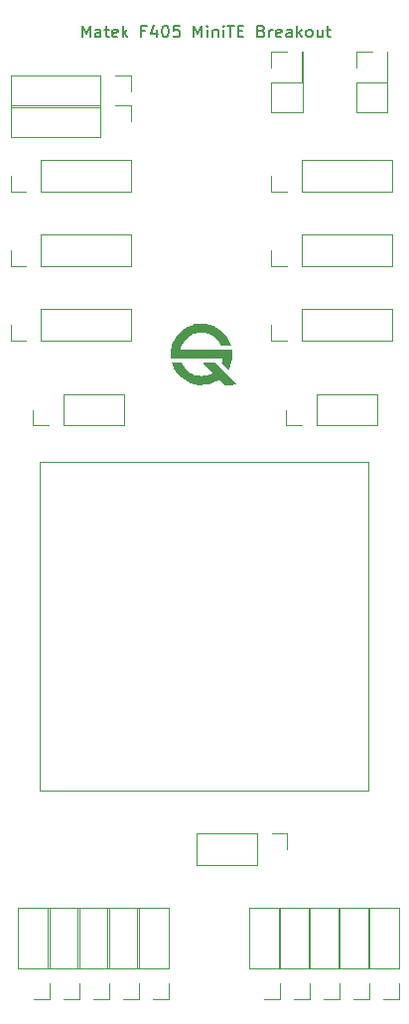
<source format=gbr>
%TF.GenerationSoftware,KiCad,Pcbnew,7.0.10*%
%TF.CreationDate,2024-02-19T04:42:38+05:30*%
%TF.ProjectId,breakout,62726561-6b6f-4757-942e-6b696361645f,rev?*%
%TF.SameCoordinates,Original*%
%TF.FileFunction,Legend,Top*%
%TF.FilePolarity,Positive*%
%FSLAX46Y46*%
G04 Gerber Fmt 4.6, Leading zero omitted, Abs format (unit mm)*
G04 Created by KiCad (PCBNEW 7.0.10) date 2024-02-19 04:42:38*
%MOMM*%
%LPD*%
G01*
G04 APERTURE LIST*
%ADD10C,0.150000*%
%ADD11C,0.100000*%
%ADD12C,0.120000*%
G04 APERTURE END LIST*
D10*
X128606779Y-57781819D02*
X128606779Y-56781819D01*
X128606779Y-56781819D02*
X128940112Y-57496104D01*
X128940112Y-57496104D02*
X129273445Y-56781819D01*
X129273445Y-56781819D02*
X129273445Y-57781819D01*
X130178207Y-57781819D02*
X130178207Y-57258009D01*
X130178207Y-57258009D02*
X130130588Y-57162771D01*
X130130588Y-57162771D02*
X130035350Y-57115152D01*
X130035350Y-57115152D02*
X129844874Y-57115152D01*
X129844874Y-57115152D02*
X129749636Y-57162771D01*
X130178207Y-57734200D02*
X130082969Y-57781819D01*
X130082969Y-57781819D02*
X129844874Y-57781819D01*
X129844874Y-57781819D02*
X129749636Y-57734200D01*
X129749636Y-57734200D02*
X129702017Y-57638961D01*
X129702017Y-57638961D02*
X129702017Y-57543723D01*
X129702017Y-57543723D02*
X129749636Y-57448485D01*
X129749636Y-57448485D02*
X129844874Y-57400866D01*
X129844874Y-57400866D02*
X130082969Y-57400866D01*
X130082969Y-57400866D02*
X130178207Y-57353247D01*
X130511541Y-57115152D02*
X130892493Y-57115152D01*
X130654398Y-56781819D02*
X130654398Y-57638961D01*
X130654398Y-57638961D02*
X130702017Y-57734200D01*
X130702017Y-57734200D02*
X130797255Y-57781819D01*
X130797255Y-57781819D02*
X130892493Y-57781819D01*
X131606779Y-57734200D02*
X131511541Y-57781819D01*
X131511541Y-57781819D02*
X131321065Y-57781819D01*
X131321065Y-57781819D02*
X131225827Y-57734200D01*
X131225827Y-57734200D02*
X131178208Y-57638961D01*
X131178208Y-57638961D02*
X131178208Y-57258009D01*
X131178208Y-57258009D02*
X131225827Y-57162771D01*
X131225827Y-57162771D02*
X131321065Y-57115152D01*
X131321065Y-57115152D02*
X131511541Y-57115152D01*
X131511541Y-57115152D02*
X131606779Y-57162771D01*
X131606779Y-57162771D02*
X131654398Y-57258009D01*
X131654398Y-57258009D02*
X131654398Y-57353247D01*
X131654398Y-57353247D02*
X131178208Y-57448485D01*
X132082970Y-57781819D02*
X132082970Y-56781819D01*
X132178208Y-57400866D02*
X132463922Y-57781819D01*
X132463922Y-57115152D02*
X132082970Y-57496104D01*
X133987732Y-57258009D02*
X133654399Y-57258009D01*
X133654399Y-57781819D02*
X133654399Y-56781819D01*
X133654399Y-56781819D02*
X134130589Y-56781819D01*
X134940113Y-57115152D02*
X134940113Y-57781819D01*
X134702018Y-56734200D02*
X134463923Y-57448485D01*
X134463923Y-57448485D02*
X135082970Y-57448485D01*
X135654399Y-56781819D02*
X135749637Y-56781819D01*
X135749637Y-56781819D02*
X135844875Y-56829438D01*
X135844875Y-56829438D02*
X135892494Y-56877057D01*
X135892494Y-56877057D02*
X135940113Y-56972295D01*
X135940113Y-56972295D02*
X135987732Y-57162771D01*
X135987732Y-57162771D02*
X135987732Y-57400866D01*
X135987732Y-57400866D02*
X135940113Y-57591342D01*
X135940113Y-57591342D02*
X135892494Y-57686580D01*
X135892494Y-57686580D02*
X135844875Y-57734200D01*
X135844875Y-57734200D02*
X135749637Y-57781819D01*
X135749637Y-57781819D02*
X135654399Y-57781819D01*
X135654399Y-57781819D02*
X135559161Y-57734200D01*
X135559161Y-57734200D02*
X135511542Y-57686580D01*
X135511542Y-57686580D02*
X135463923Y-57591342D01*
X135463923Y-57591342D02*
X135416304Y-57400866D01*
X135416304Y-57400866D02*
X135416304Y-57162771D01*
X135416304Y-57162771D02*
X135463923Y-56972295D01*
X135463923Y-56972295D02*
X135511542Y-56877057D01*
X135511542Y-56877057D02*
X135559161Y-56829438D01*
X135559161Y-56829438D02*
X135654399Y-56781819D01*
X136892494Y-56781819D02*
X136416304Y-56781819D01*
X136416304Y-56781819D02*
X136368685Y-57258009D01*
X136368685Y-57258009D02*
X136416304Y-57210390D01*
X136416304Y-57210390D02*
X136511542Y-57162771D01*
X136511542Y-57162771D02*
X136749637Y-57162771D01*
X136749637Y-57162771D02*
X136844875Y-57210390D01*
X136844875Y-57210390D02*
X136892494Y-57258009D01*
X136892494Y-57258009D02*
X136940113Y-57353247D01*
X136940113Y-57353247D02*
X136940113Y-57591342D01*
X136940113Y-57591342D02*
X136892494Y-57686580D01*
X136892494Y-57686580D02*
X136844875Y-57734200D01*
X136844875Y-57734200D02*
X136749637Y-57781819D01*
X136749637Y-57781819D02*
X136511542Y-57781819D01*
X136511542Y-57781819D02*
X136416304Y-57734200D01*
X136416304Y-57734200D02*
X136368685Y-57686580D01*
X138130590Y-57781819D02*
X138130590Y-56781819D01*
X138130590Y-56781819D02*
X138463923Y-57496104D01*
X138463923Y-57496104D02*
X138797256Y-56781819D01*
X138797256Y-56781819D02*
X138797256Y-57781819D01*
X139273447Y-57781819D02*
X139273447Y-57115152D01*
X139273447Y-56781819D02*
X139225828Y-56829438D01*
X139225828Y-56829438D02*
X139273447Y-56877057D01*
X139273447Y-56877057D02*
X139321066Y-56829438D01*
X139321066Y-56829438D02*
X139273447Y-56781819D01*
X139273447Y-56781819D02*
X139273447Y-56877057D01*
X139749637Y-57115152D02*
X139749637Y-57781819D01*
X139749637Y-57210390D02*
X139797256Y-57162771D01*
X139797256Y-57162771D02*
X139892494Y-57115152D01*
X139892494Y-57115152D02*
X140035351Y-57115152D01*
X140035351Y-57115152D02*
X140130589Y-57162771D01*
X140130589Y-57162771D02*
X140178208Y-57258009D01*
X140178208Y-57258009D02*
X140178208Y-57781819D01*
X140654399Y-57781819D02*
X140654399Y-57115152D01*
X140654399Y-56781819D02*
X140606780Y-56829438D01*
X140606780Y-56829438D02*
X140654399Y-56877057D01*
X140654399Y-56877057D02*
X140702018Y-56829438D01*
X140702018Y-56829438D02*
X140654399Y-56781819D01*
X140654399Y-56781819D02*
X140654399Y-56877057D01*
X140987732Y-56781819D02*
X141559160Y-56781819D01*
X141273446Y-57781819D02*
X141273446Y-56781819D01*
X141892494Y-57258009D02*
X142225827Y-57258009D01*
X142368684Y-57781819D02*
X141892494Y-57781819D01*
X141892494Y-57781819D02*
X141892494Y-56781819D01*
X141892494Y-56781819D02*
X142368684Y-56781819D01*
X143892494Y-57258009D02*
X144035351Y-57305628D01*
X144035351Y-57305628D02*
X144082970Y-57353247D01*
X144082970Y-57353247D02*
X144130589Y-57448485D01*
X144130589Y-57448485D02*
X144130589Y-57591342D01*
X144130589Y-57591342D02*
X144082970Y-57686580D01*
X144082970Y-57686580D02*
X144035351Y-57734200D01*
X144035351Y-57734200D02*
X143940113Y-57781819D01*
X143940113Y-57781819D02*
X143559161Y-57781819D01*
X143559161Y-57781819D02*
X143559161Y-56781819D01*
X143559161Y-56781819D02*
X143892494Y-56781819D01*
X143892494Y-56781819D02*
X143987732Y-56829438D01*
X143987732Y-56829438D02*
X144035351Y-56877057D01*
X144035351Y-56877057D02*
X144082970Y-56972295D01*
X144082970Y-56972295D02*
X144082970Y-57067533D01*
X144082970Y-57067533D02*
X144035351Y-57162771D01*
X144035351Y-57162771D02*
X143987732Y-57210390D01*
X143987732Y-57210390D02*
X143892494Y-57258009D01*
X143892494Y-57258009D02*
X143559161Y-57258009D01*
X144559161Y-57781819D02*
X144559161Y-57115152D01*
X144559161Y-57305628D02*
X144606780Y-57210390D01*
X144606780Y-57210390D02*
X144654399Y-57162771D01*
X144654399Y-57162771D02*
X144749637Y-57115152D01*
X144749637Y-57115152D02*
X144844875Y-57115152D01*
X145559161Y-57734200D02*
X145463923Y-57781819D01*
X145463923Y-57781819D02*
X145273447Y-57781819D01*
X145273447Y-57781819D02*
X145178209Y-57734200D01*
X145178209Y-57734200D02*
X145130590Y-57638961D01*
X145130590Y-57638961D02*
X145130590Y-57258009D01*
X145130590Y-57258009D02*
X145178209Y-57162771D01*
X145178209Y-57162771D02*
X145273447Y-57115152D01*
X145273447Y-57115152D02*
X145463923Y-57115152D01*
X145463923Y-57115152D02*
X145559161Y-57162771D01*
X145559161Y-57162771D02*
X145606780Y-57258009D01*
X145606780Y-57258009D02*
X145606780Y-57353247D01*
X145606780Y-57353247D02*
X145130590Y-57448485D01*
X146463923Y-57781819D02*
X146463923Y-57258009D01*
X146463923Y-57258009D02*
X146416304Y-57162771D01*
X146416304Y-57162771D02*
X146321066Y-57115152D01*
X146321066Y-57115152D02*
X146130590Y-57115152D01*
X146130590Y-57115152D02*
X146035352Y-57162771D01*
X146463923Y-57734200D02*
X146368685Y-57781819D01*
X146368685Y-57781819D02*
X146130590Y-57781819D01*
X146130590Y-57781819D02*
X146035352Y-57734200D01*
X146035352Y-57734200D02*
X145987733Y-57638961D01*
X145987733Y-57638961D02*
X145987733Y-57543723D01*
X145987733Y-57543723D02*
X146035352Y-57448485D01*
X146035352Y-57448485D02*
X146130590Y-57400866D01*
X146130590Y-57400866D02*
X146368685Y-57400866D01*
X146368685Y-57400866D02*
X146463923Y-57353247D01*
X146940114Y-57781819D02*
X146940114Y-56781819D01*
X147035352Y-57400866D02*
X147321066Y-57781819D01*
X147321066Y-57115152D02*
X146940114Y-57496104D01*
X147892495Y-57781819D02*
X147797257Y-57734200D01*
X147797257Y-57734200D02*
X147749638Y-57686580D01*
X147749638Y-57686580D02*
X147702019Y-57591342D01*
X147702019Y-57591342D02*
X147702019Y-57305628D01*
X147702019Y-57305628D02*
X147749638Y-57210390D01*
X147749638Y-57210390D02*
X147797257Y-57162771D01*
X147797257Y-57162771D02*
X147892495Y-57115152D01*
X147892495Y-57115152D02*
X148035352Y-57115152D01*
X148035352Y-57115152D02*
X148130590Y-57162771D01*
X148130590Y-57162771D02*
X148178209Y-57210390D01*
X148178209Y-57210390D02*
X148225828Y-57305628D01*
X148225828Y-57305628D02*
X148225828Y-57591342D01*
X148225828Y-57591342D02*
X148178209Y-57686580D01*
X148178209Y-57686580D02*
X148130590Y-57734200D01*
X148130590Y-57734200D02*
X148035352Y-57781819D01*
X148035352Y-57781819D02*
X147892495Y-57781819D01*
X149082971Y-57115152D02*
X149082971Y-57781819D01*
X148654400Y-57115152D02*
X148654400Y-57638961D01*
X148654400Y-57638961D02*
X148702019Y-57734200D01*
X148702019Y-57734200D02*
X148797257Y-57781819D01*
X148797257Y-57781819D02*
X148940114Y-57781819D01*
X148940114Y-57781819D02*
X149035352Y-57734200D01*
X149035352Y-57734200D02*
X149082971Y-57686580D01*
X149416305Y-57115152D02*
X149797257Y-57115152D01*
X149559162Y-56781819D02*
X149559162Y-57638961D01*
X149559162Y-57638961D02*
X149606781Y-57734200D01*
X149606781Y-57734200D02*
X149702019Y-57781819D01*
X149702019Y-57781819D02*
X149797257Y-57781819D01*
%TO.C,G\u002A\u002A\u002A*%
G36*
X136659076Y-85525113D02*
G01*
X137062519Y-85531135D01*
X137152340Y-85690902D01*
X137312328Y-85932198D01*
X137503132Y-86144056D01*
X137721271Y-86323761D01*
X137963265Y-86468595D01*
X138225635Y-86575843D01*
X138322264Y-86604163D01*
X138465149Y-86632176D01*
X138630922Y-86649176D01*
X138805302Y-86654956D01*
X138974006Y-86649311D01*
X139122750Y-86632036D01*
X139193940Y-86616690D01*
X139319675Y-86579467D01*
X139445208Y-86536252D01*
X139558662Y-86491594D01*
X139648158Y-86450039D01*
X139685157Y-86428656D01*
X139746053Y-86388414D01*
X139327087Y-85970808D01*
X139216043Y-85859511D01*
X139116016Y-85758077D01*
X139031080Y-85670736D01*
X138965314Y-85601716D01*
X138922792Y-85555248D01*
X138907591Y-85535561D01*
X138907590Y-85535555D01*
X138928508Y-85530943D01*
X138987594Y-85527312D01*
X139078887Y-85524785D01*
X139196428Y-85523483D01*
X139334258Y-85523527D01*
X139447662Y-85524521D01*
X139988264Y-85531135D01*
X140915168Y-86457882D01*
X141082205Y-86625164D01*
X141239574Y-86783292D01*
X141384555Y-86929497D01*
X141514428Y-87061014D01*
X141626476Y-87175074D01*
X141717979Y-87268911D01*
X141786218Y-87339755D01*
X141828473Y-87384841D01*
X141842072Y-87401279D01*
X141821014Y-87405937D01*
X141761876Y-87410093D01*
X141670713Y-87413554D01*
X141553580Y-87416128D01*
X141416530Y-87417625D01*
X141316656Y-87417929D01*
X140791239Y-87417929D01*
X140543625Y-87183720D01*
X140296012Y-86949512D01*
X140211918Y-87005163D01*
X139947294Y-87155401D01*
X139657611Y-87274790D01*
X139351259Y-87361274D01*
X139036631Y-87412796D01*
X138722117Y-87427300D01*
X138531907Y-87416901D01*
X138204895Y-87363866D01*
X137888744Y-87269861D01*
X137587395Y-87137457D01*
X137304788Y-86969228D01*
X137044864Y-86767746D01*
X136811563Y-86535584D01*
X136608827Y-86275314D01*
X136490859Y-86084349D01*
X136442303Y-85989443D01*
X136388243Y-85871554D01*
X136335822Y-85747396D01*
X136292186Y-85633682D01*
X136270693Y-85569249D01*
X136255633Y-85519092D01*
X136659076Y-85525113D01*
G37*
G36*
X138914806Y-82193523D02*
G01*
X139072447Y-82203267D01*
X139111866Y-82207897D01*
X139441138Y-82273407D01*
X139756884Y-82378693D01*
X140055381Y-82521294D01*
X140332909Y-82698751D01*
X140585746Y-82908604D01*
X140810170Y-83148393D01*
X141002460Y-83415659D01*
X141044323Y-83485182D01*
X141083548Y-83558386D01*
X141128272Y-83650558D01*
X141174377Y-83752070D01*
X141217749Y-83853295D01*
X141254273Y-83944604D01*
X141279833Y-84016370D01*
X141290314Y-84058964D01*
X141290378Y-84060847D01*
X141273959Y-84070692D01*
X141222979Y-84077927D01*
X141134850Y-84082714D01*
X141006987Y-84085216D01*
X140895265Y-84085696D01*
X140500152Y-84085696D01*
X140429138Y-83958806D01*
X140282138Y-83725984D01*
X140120467Y-83529544D01*
X139937784Y-83362526D01*
X139789026Y-83256159D01*
X139568426Y-83130381D01*
X139348897Y-83041624D01*
X139120686Y-82987288D01*
X138874039Y-82964772D01*
X138700345Y-82965924D01*
X138465498Y-82985685D01*
X138256013Y-83028188D01*
X138059283Y-83097620D01*
X137862704Y-83198170D01*
X137710273Y-83294834D01*
X137532142Y-83438363D01*
X137366019Y-83615618D01*
X137218755Y-83816662D01*
X137097201Y-84031557D01*
X137008210Y-84250369D01*
X136978562Y-84356026D01*
X136964255Y-84416712D01*
X137908073Y-84421936D01*
X138123799Y-84422994D01*
X138374590Y-84423993D01*
X138651376Y-84424909D01*
X138945084Y-84425720D01*
X139246646Y-84426402D01*
X139546990Y-84426934D01*
X139837046Y-84427293D01*
X140102363Y-84427453D01*
X140333392Y-84427823D01*
X140551231Y-84428783D01*
X140751877Y-84430274D01*
X140931329Y-84432237D01*
X141085585Y-84434614D01*
X141210641Y-84437344D01*
X141302497Y-84440370D01*
X141357149Y-84443632D01*
X141371260Y-84446136D01*
X141381127Y-84478399D01*
X141387473Y-84546230D01*
X141390506Y-84641219D01*
X141390436Y-84754956D01*
X141387471Y-84879030D01*
X141381820Y-85005033D01*
X141373692Y-85124554D01*
X141363296Y-85229183D01*
X141350841Y-85310510D01*
X141349645Y-85316314D01*
X141310579Y-85473163D01*
X141258628Y-85642801D01*
X141199486Y-85808528D01*
X141138846Y-85953647D01*
X141116518Y-86000065D01*
X141058011Y-86115911D01*
X140773352Y-85830619D01*
X140488692Y-85545326D01*
X140536451Y-85399843D01*
X140560570Y-85321873D01*
X140577739Y-85257787D01*
X140584210Y-85221722D01*
X140580156Y-85216318D01*
X140566354Y-85211533D01*
X140540343Y-85207331D01*
X140499663Y-85203676D01*
X140441852Y-85200531D01*
X140364451Y-85197859D01*
X140264999Y-85195625D01*
X140141034Y-85193791D01*
X139990097Y-85192320D01*
X139809726Y-85191177D01*
X139597461Y-85190324D01*
X139350841Y-85189724D01*
X139067406Y-85189342D01*
X138744695Y-85189141D01*
X138389954Y-85189084D01*
X138029717Y-85189052D01*
X137711060Y-85188926D01*
X137431429Y-85188661D01*
X137188270Y-85188213D01*
X136979027Y-85187536D01*
X136801145Y-85186587D01*
X136652071Y-85185320D01*
X136529248Y-85183690D01*
X136430124Y-85181654D01*
X136352141Y-85179165D01*
X136292747Y-85176180D01*
X136249386Y-85172654D01*
X136219503Y-85168541D01*
X136200543Y-85163798D01*
X136189953Y-85158379D01*
X136185176Y-85152239D01*
X136184556Y-85150466D01*
X136165536Y-85044375D01*
X136157929Y-84905581D01*
X136161050Y-84743823D01*
X136174209Y-84568842D01*
X136196723Y-84390379D01*
X136227902Y-84218174D01*
X136259416Y-84088608D01*
X136341987Y-83850845D01*
X136456971Y-83605842D01*
X136597281Y-83366041D01*
X136755827Y-83143887D01*
X136880542Y-82998363D01*
X137095783Y-82797236D01*
X137343189Y-82616808D01*
X137613636Y-82462189D01*
X137897997Y-82338492D01*
X138187145Y-82250829D01*
X138233649Y-82240402D01*
X138379080Y-82217004D01*
X138551899Y-82200992D01*
X138735882Y-82192964D01*
X138914806Y-82193523D01*
G37*
D11*
%TO.C,U1*%
X125000000Y-94000000D02*
X153000000Y-94000000D01*
X153000000Y-94000000D02*
X153000000Y-122000000D01*
X153000000Y-122000000D02*
X125000000Y-122000000D01*
X125000000Y-122000000D02*
X125000000Y-94000000D01*
D12*
%TO.C,J17*%
X151980000Y-64195000D02*
X154640000Y-64195000D01*
X151980000Y-64195000D02*
X151980000Y-61595000D01*
X154640000Y-64195000D02*
X154640000Y-58995000D01*
X151980000Y-61595000D02*
X154580000Y-61595000D01*
X154580000Y-61595000D02*
X154580000Y-58995000D01*
X151980000Y-60325000D02*
X151980000Y-58995000D01*
X151980000Y-58995000D02*
X153310000Y-58995000D01*
X154580000Y-58995000D02*
X154640000Y-58995000D01*
%TO.C,J18*%
X144720000Y-64195000D02*
X147380000Y-64195000D01*
X144720000Y-64195000D02*
X144720000Y-61595000D01*
X147380000Y-64195000D02*
X147380000Y-58995000D01*
X144720000Y-61595000D02*
X147320000Y-61595000D01*
X147320000Y-61595000D02*
X147320000Y-58995000D01*
X144720000Y-60325000D02*
X144720000Y-58995000D01*
X144720000Y-58995000D02*
X146050000Y-58995000D01*
X147320000Y-58995000D02*
X147380000Y-58995000D01*
%TO.C,J27*%
X132765000Y-63603333D02*
X132765000Y-64933333D01*
X131435000Y-63603333D02*
X132765000Y-63603333D01*
X130165000Y-63603333D02*
X122485000Y-63603333D01*
X130165000Y-63603333D02*
X130165000Y-66263333D01*
X122485000Y-63603333D02*
X122485000Y-66263333D01*
X130165000Y-66263333D02*
X122485000Y-66263333D01*
%TO.C,J26*%
X132765000Y-61063333D02*
X132765000Y-62393333D01*
X131435000Y-61063333D02*
X132765000Y-61063333D01*
X130165000Y-61063333D02*
X122485000Y-61063333D01*
X130165000Y-61063333D02*
X130165000Y-63723333D01*
X122485000Y-61063333D02*
X122485000Y-63723333D01*
X130165000Y-63723333D02*
X122485000Y-63723333D01*
%TO.C,J32*%
X144720000Y-70930000D02*
X144720000Y-69600000D01*
X146050000Y-70930000D02*
X144720000Y-70930000D01*
X147320000Y-70930000D02*
X155000000Y-70930000D01*
X147320000Y-70930000D02*
X147320000Y-68270000D01*
X155000000Y-70930000D02*
X155000000Y-68270000D01*
X147320000Y-68270000D02*
X155000000Y-68270000D01*
%TO.C,J20*%
X148605000Y-88205000D02*
X153745000Y-88205000D01*
X153745000Y-90865000D02*
X153745000Y-88205000D01*
X148605000Y-90865000D02*
X148605000Y-88205000D01*
X148605000Y-90865000D02*
X153745000Y-90865000D01*
X147335000Y-90865000D02*
X146005000Y-90865000D01*
X146005000Y-90865000D02*
X146005000Y-89535000D01*
%TO.C,J8*%
X133290000Y-137160000D02*
X133290000Y-132020000D01*
X135950000Y-132020000D02*
X133290000Y-132020000D01*
X135950000Y-137160000D02*
X133290000Y-137160000D01*
X135950000Y-137160000D02*
X135950000Y-132020000D01*
X135950000Y-138430000D02*
X135950000Y-139760000D01*
X135950000Y-139760000D02*
X134620000Y-139760000D01*
%TO.C,J5*%
X125670000Y-137160000D02*
X125670000Y-132020000D01*
X128330000Y-132020000D02*
X125670000Y-132020000D01*
X128330000Y-137160000D02*
X125670000Y-137160000D01*
X128330000Y-137160000D02*
X128330000Y-132020000D01*
X128330000Y-138430000D02*
X128330000Y-139760000D01*
X128330000Y-139760000D02*
X127000000Y-139760000D01*
%TO.C,J10*%
X145355000Y-137160000D02*
X145355000Y-132020000D01*
X148015000Y-132020000D02*
X145355000Y-132020000D01*
X148015000Y-137160000D02*
X145355000Y-137160000D01*
X148015000Y-137160000D02*
X148015000Y-132020000D01*
X148015000Y-138430000D02*
X148015000Y-139760000D01*
X148015000Y-139760000D02*
X146685000Y-139760000D01*
%TO.C,J4*%
X123130000Y-137160000D02*
X123130000Y-132020000D01*
X125790000Y-132020000D02*
X123130000Y-132020000D01*
X125790000Y-137160000D02*
X123130000Y-137160000D01*
X125790000Y-137160000D02*
X125790000Y-132020000D01*
X125790000Y-138430000D02*
X125790000Y-139760000D01*
X125790000Y-139760000D02*
X124460000Y-139760000D01*
%TO.C,J7*%
X130750000Y-137160000D02*
X130750000Y-132020000D01*
X133410000Y-132020000D02*
X130750000Y-132020000D01*
X133410000Y-137160000D02*
X130750000Y-137160000D01*
X133410000Y-137160000D02*
X133410000Y-132020000D01*
X133410000Y-138430000D02*
X133410000Y-139760000D01*
X133410000Y-139760000D02*
X132080000Y-139760000D01*
%TO.C,J31*%
X147320000Y-74620000D02*
X155000000Y-74620000D01*
X155000000Y-77280000D02*
X155000000Y-74620000D01*
X147320000Y-77280000D02*
X147320000Y-74620000D01*
X147320000Y-77280000D02*
X155000000Y-77280000D01*
X146050000Y-77280000D02*
X144720000Y-77280000D01*
X144720000Y-77280000D02*
X144720000Y-75950000D01*
%TO.C,J14*%
X143495000Y-128330000D02*
X138355000Y-128330000D01*
X138355000Y-125670000D02*
X138355000Y-128330000D01*
X143495000Y-125670000D02*
X143495000Y-128330000D01*
X143495000Y-125670000D02*
X138355000Y-125670000D01*
X144765000Y-125670000D02*
X146095000Y-125670000D01*
X146095000Y-125670000D02*
X146095000Y-127000000D01*
%TO.C,J24*%
X125105000Y-74620000D02*
X132785000Y-74620000D01*
X132785000Y-77280000D02*
X132785000Y-74620000D01*
X125105000Y-77280000D02*
X125105000Y-74620000D01*
X125105000Y-77280000D02*
X132785000Y-77280000D01*
X123835000Y-77280000D02*
X122505000Y-77280000D01*
X122505000Y-77280000D02*
X122505000Y-75950000D01*
%TO.C,J11*%
X147895000Y-137160000D02*
X147895000Y-132020000D01*
X150555000Y-132020000D02*
X147895000Y-132020000D01*
X150555000Y-137160000D02*
X147895000Y-137160000D01*
X150555000Y-137160000D02*
X150555000Y-132020000D01*
X150555000Y-138430000D02*
X150555000Y-139760000D01*
X150555000Y-139760000D02*
X149225000Y-139760000D01*
%TO.C,J25*%
X125095000Y-68270000D02*
X132775000Y-68270000D01*
X132775000Y-70930000D02*
X132775000Y-68270000D01*
X125095000Y-70930000D02*
X125095000Y-68270000D01*
X125095000Y-70930000D02*
X132775000Y-70930000D01*
X123825000Y-70930000D02*
X122495000Y-70930000D01*
X122495000Y-70930000D02*
X122495000Y-69600000D01*
%TO.C,J13*%
X152975000Y-137160000D02*
X152975000Y-132020000D01*
X155635000Y-132020000D02*
X152975000Y-132020000D01*
X155635000Y-137160000D02*
X152975000Y-137160000D01*
X155635000Y-137160000D02*
X155635000Y-132020000D01*
X155635000Y-138430000D02*
X155635000Y-139760000D01*
X155635000Y-139760000D02*
X154305000Y-139760000D01*
%TO.C,J9*%
X142815000Y-137160000D02*
X142815000Y-132020000D01*
X145475000Y-132020000D02*
X142815000Y-132020000D01*
X145475000Y-137160000D02*
X142815000Y-137160000D01*
X145475000Y-137160000D02*
X145475000Y-132020000D01*
X145475000Y-138430000D02*
X145475000Y-139760000D01*
X145475000Y-139760000D02*
X144145000Y-139760000D01*
%TO.C,J12*%
X150435000Y-137160000D02*
X150435000Y-132020000D01*
X153095000Y-132020000D02*
X150435000Y-132020000D01*
X153095000Y-137160000D02*
X150435000Y-137160000D01*
X153095000Y-137160000D02*
X153095000Y-132020000D01*
X153095000Y-138430000D02*
X153095000Y-139760000D01*
X153095000Y-139760000D02*
X151765000Y-139760000D01*
%TO.C,J23*%
X125095000Y-80970000D02*
X132775000Y-80970000D01*
X132775000Y-83630000D02*
X132775000Y-80970000D01*
X125095000Y-83630000D02*
X125095000Y-80970000D01*
X125095000Y-83630000D02*
X132775000Y-83630000D01*
X123825000Y-83630000D02*
X122495000Y-83630000D01*
X122495000Y-83630000D02*
X122495000Y-82300000D01*
%TO.C,J30*%
X147320000Y-80970000D02*
X155000000Y-80970000D01*
X155000000Y-83630000D02*
X155000000Y-80970000D01*
X147320000Y-83630000D02*
X147320000Y-80970000D01*
X147320000Y-83630000D02*
X155000000Y-83630000D01*
X146050000Y-83630000D02*
X144720000Y-83630000D01*
X144720000Y-83630000D02*
X144720000Y-82300000D01*
%TO.C,J6*%
X128210000Y-137160000D02*
X128210000Y-132020000D01*
X130870000Y-132020000D02*
X128210000Y-132020000D01*
X130870000Y-137160000D02*
X128210000Y-137160000D01*
X130870000Y-137160000D02*
X130870000Y-132020000D01*
X130870000Y-138430000D02*
X130870000Y-139760000D01*
X130870000Y-139760000D02*
X129540000Y-139760000D01*
%TO.C,J22*%
X127000000Y-88205000D02*
X132140000Y-88205000D01*
X132140000Y-90865000D02*
X132140000Y-88205000D01*
X127000000Y-90865000D02*
X127000000Y-88205000D01*
X127000000Y-90865000D02*
X132140000Y-90865000D01*
X125730000Y-90865000D02*
X124400000Y-90865000D01*
X124400000Y-90865000D02*
X124400000Y-89535000D01*
%TD*%
M02*

</source>
